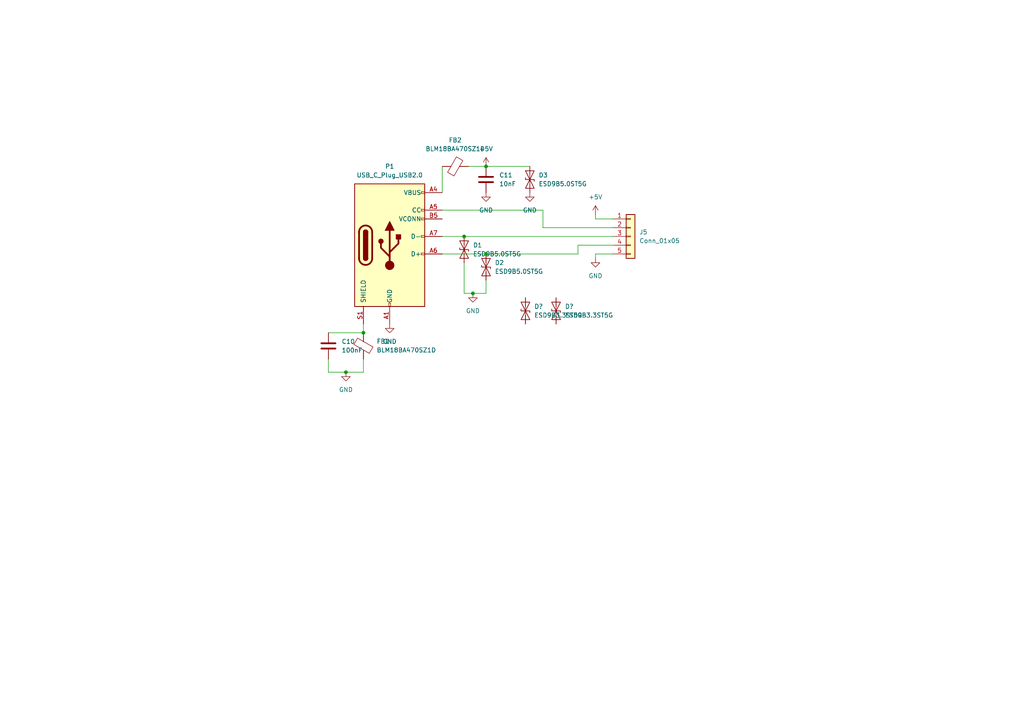
<source format=kicad_sch>
(kicad_sch (version 20211123) (generator eeschema)
  (paper "A4")
  (title_block (title "USB") (date "2022-10-10") (rev "v0.1"))
  (lib_symbols
    (symbol "Connector:USB_C_Plug_USB2.0" (pin_names (offset 1.016))
      (property "Reference" "P" (at -10.16 19.05 0))
      (property "Value" "USB_C_Plug_USB2.0" (at 12.7 19.05 0))
      (symbol "USB_C_Plug_USB2.0_0_0"
        (rectangle (start -0.254 -17.78) (end 0.254 -16.764))
        (rectangle (start 10.16 -2.286) (end 9.144 -2.794))
        (rectangle (start 10.16 2.794) (end 9.144 2.286))
        (rectangle (start 10.16 7.874) (end 9.144 7.366))
        (rectangle (start 10.16 10.414) (end 9.144 9.906))
        (rectangle (start 10.16 15.494) (end 9.144 14.986))
      )
      (symbol "USB_C_Plug_USB2.0_0_1"
        (rectangle (start -10.16 17.78) (end 10.16 -17.78) (stroke (width 0.254)) (fill (type background)))
        (arc (start -8.89 -3.81) (mid -6.985 -5.715) (end -5.08 -3.81) (stroke (width 0.508)))
        (arc (start -7.62 -3.81) (mid -6.985 -4.445) (end -6.35 -3.81) (stroke (width 0.254)))
        (arc (start -7.62 -3.81) (mid -6.985 -4.445) (end -6.35 -3.81) (stroke (width 0.254)) (fill (type outline)))
        (rectangle (start -7.62 -3.81) (end -6.35 3.81) (stroke (width 0.254)) (fill (type outline)))
        (arc (start -6.35 3.81) (mid -6.985 4.445) (end -7.62 3.81) (stroke (width 0.254)))
        (arc (start -6.35 3.81) (mid -6.985 4.445) (end -7.62 3.81) (stroke (width 0.254)) (fill (type outline)))
        (arc (start -5.08 3.81) (mid -6.985 5.715) (end -8.89 3.81) (stroke (width 0.508)))
        (circle (center -2.54 1.143) (radius 0.635) (stroke (width 0.254)) (fill (type outline)))
        (circle (center 0 -5.842) (radius 1.27) (fill (type outline)))
        (polyline (pts (xy -8.89 -3.81) (xy -8.89 3.81)) (stroke (width 0.508)))
        (polyline (pts (xy -5.08 3.81) (xy -5.08 -3.81)) (stroke (width 0.508)))
        (polyline (pts (xy 0 -5.842) (xy 0 4.318)) (stroke (width 0.508)))
        (polyline (pts (xy 0 -3.302) (xy -2.54 -0.762) (xy -2.54 0.508)) (stroke (width 0.508)))
        (polyline (pts (xy 0 -2.032) (xy 2.54 0.508) (xy 2.54 1.778)) (stroke (width 0.508)))
        (polyline (pts (xy -1.27 4.318) (xy 0 6.858) (xy 1.27 4.318) (xy -1.27 4.318)) (stroke (width 0.254)) (fill (type outline)))
        (rectangle (start 1.905 1.778) (end 3.175 3.048) (stroke (width 0.254)) (fill (type outline)))
      )
      (symbol "USB_C_Plug_USB2.0_1_1"
        (pin passive line (at 0 -22.86 90) (length 5.08) (name "GND") (number "A1"))
        (pin passive line (at 0 -22.86 90) (length 5.08) hide (name "GND") (number "A12"))
        (pin passive line (at 15.24 15.24 180) (length 5.08) (name "VBUS") (number "A4"))
        (pin bidirectional line (at 15.24 10.16 180) (length 5.08) (name "CC") (number "A5"))
        (pin bidirectional line (at 15.24 -2.54 180) (length 5.08) (name "D+") (number "A6"))
        (pin bidirectional line (at 15.24 2.54 180) (length 5.08) (name "D-") (number "A7"))
        (pin passive line (at 15.24 15.24 180) (length 5.08) hide (name "VBUS") (number "A9"))
        (pin passive line (at 0 -22.86 90) (length 5.08) hide (name "GND") (number "B1"))
        (pin passive line (at 0 -22.86 90) (length 5.08) hide (name "GND") (number "B12"))
        (pin passive line (at 15.24 15.24 180) (length 5.08) hide (name "VBUS") (number "B4"))
        (pin bidirectional line (at 15.24 7.62 180) (length 5.08) (name "VCONN") (number "B5"))
        (pin passive line (at 15.24 15.24 180) (length 5.08) hide (name "VBUS") (number "B9"))
        (pin passive line (at -7.62 -22.86 90) (length 5.08) (name "SHIELD") (number "S1"))
      )
    )
    (symbol "Connector_Generic:Conn_01x05" (pin_names (offset 1.016) hide)
      (property "Reference" "J" (at 0 7.62 0))
      (property "Value" "Conn_01x05" (at 0 -7.62 0))
      (symbol "Conn_01x05_1_1"
        (rectangle (start -1.27 -4.953) (end 0 -5.207) (stroke (width 0.1524)))
        (rectangle (start -1.27 -2.413) (end 0 -2.667) (stroke (width 0.1524)))
        (rectangle (start -1.27 0.127) (end 0 -0.127) (stroke (width 0.1524)))
        (rectangle (start -1.27 2.667) (end 0 2.413) (stroke (width 0.1524)))
        (rectangle (start -1.27 5.207) (end 0 4.953) (stroke (width 0.1524)))
        (rectangle (start -1.27 6.35) (end 1.27 -6.35) (stroke (width 0.254)) (fill (type background)))
        (pin passive line (at -5.08 5.08 0) (length 3.81) (name "Pin_1") (number "1"))
        (pin passive line (at -5.08 2.54 0) (length 3.81) (name "Pin_2") (number "2"))
        (pin passive line (at -5.08 0 0) (length 3.81) (name "Pin_3") (number "3"))
        (pin passive line (at -5.08 -2.54 0) (length 3.81) (name "Pin_4") (number "4"))
        (pin passive line (at -5.08 -5.08 0) (length 3.81) (name "Pin_5") (number "5"))
      )
    )
    (symbol "Device:C" (pin_numbers hide) (pin_names (offset 0.254))
      (property "Reference" "C" (at 0.635 2.54 0))
      (property "Value" "C" (at 0.635 -2.54 0))
      (symbol "C_0_1"
        (polyline (pts (xy -2.032 -0.762) (xy 2.032 -0.762)) (stroke (width 0.508)))
        (polyline (pts (xy -2.032 0.762) (xy 2.032 0.762)) (stroke (width 0.508)))
      )
      (symbol "C_1_1"
        (pin passive line (at 0 3.81 270) (length 2.794) (name "~") (number "1"))
        (pin passive line (at 0 -3.81 90) (length 2.794) (name "~") (number "2"))
      )
    )
    (symbol "Device:FerriteBead" (pin_numbers hide) (pin_names (offset 0))
      (property "Reference" "FB" (at -3.81 0.635 90))
      (property "Value" "FerriteBead" (at 3.81 0 90))
      (symbol "FerriteBead_0_1"
        (polyline (pts (xy 0 -1.27) (xy 0 -1.2192)))
        (polyline (pts (xy 0 1.27) (xy 0 1.2954)))
        (polyline (pts (xy -2.7686 0.4064) (xy -1.7018 2.2606) (xy 2.7686 -0.3048) (xy 1.6764 -2.159) (xy -2.7686 0.4064)))
      )
      (symbol "FerriteBead_1_1"
        (pin passive line (at 0 3.81 270) (length 2.54) (name "~") (number "1"))
        (pin passive line (at 0 -3.81 90) (length 2.54) (name "~") (number "2"))
      )
    )
    (symbol "Diode:ESD9B3.3ST5G" (pin_numbers hide) (pin_names (offset 1.016) hide)
      (property "Reference" "D" (at 0 2.54 0))
      (property "Value" "ESD9B3.3ST5G" (at 0 -2.54 0))
      (symbol "ESD9B3.3ST5G_0_1"
        (polyline (pts (xy 1.27 0) (xy -1.27 0)))
        (polyline (pts (xy -2.54 -1.27) (xy 0 0) (xy -2.54 1.27) (xy -2.54 -1.27)) (stroke (width 0.2032)))
        (polyline (pts (xy 0.508 1.27) (xy 0 1.27) (xy 0 -1.27) (xy -0.508 -1.27)) (stroke (width 0.2032)))
        (polyline (pts (xy 2.54 1.27) (xy 2.54 -1.27) (xy 0 0) (xy 2.54 1.27)) (stroke (width 0.2032)))
      )
      (symbol "ESD9B3.3ST5G_1_1"
        (pin passive line (at -3.81 0 0) (length 2.54) (name "A1") (number "1"))
        (pin passive line (at 3.81 0 180) (length 2.54) (name "A2") (number "2"))
      )
    )
    (symbol "Diode:ESD9B5.0ST5G" (pin_numbers hide) (pin_names (offset 1.016) hide)
      (property "Reference" "D" (at 0 2.54 0))
      (property "Value" "ESD9B5.0ST5G" (at 0 -2.54 0))
      (symbol "ESD9B5.0ST5G_0_1"
        (polyline (pts (xy 1.27 0) (xy -1.27 0)))
        (polyline (pts (xy -2.54 -1.27) (xy 0 0) (xy -2.54 1.27) (xy -2.54 -1.27)) (stroke (width 0.2032)))
        (polyline (pts (xy 0.508 1.27) (xy 0 1.27) (xy 0 -1.27) (xy -0.508 -1.27)) (stroke (width 0.2032)))
        (polyline (pts (xy 2.54 1.27) (xy 2.54 -1.27) (xy 0 0) (xy 2.54 1.27)) (stroke (width 0.2032)))
      )
      (symbol "ESD9B5.0ST5G_1_1"
        (pin passive line (at -3.81 0 0) (length 2.54) (name "A1") (number "1"))
        (pin passive line (at 3.81 0 180) (length 2.54) (name "A2") (number "2"))
      )
    )
    (symbol "power:+5V" (power) (pin_names (offset 0))
      (property "Value" "+5V" (at 0 3.556 0))
      (symbol "+5V_0_1"
        (polyline (pts (xy -0.762 1.27) (xy 0 2.54)))
        (polyline (pts (xy 0 0) (xy 0 2.54)))
        (polyline (pts (xy 0 2.54) (xy 0.762 1.27)))
      )
      (symbol "+5V_1_1"
        (pin power_in line (at 0 0 90) (length 0) hide (name "+5V") (number "1"))
      )
    )
    (symbol "power:GND" (power) (pin_names (offset 0))
      (property "Value" "GND" (at 0 -3.81 0))
      (symbol "GND_0_1"
        (polyline (pts (xy 0 0) (xy 0 -1.27) (xy 1.27 -1.27) (xy 0 -2.54) (xy -1.27 -1.27) (xy 0 -1.27)))
      )
      (symbol "GND_1_1"
        (pin power_in line (at 0 0 270) (length 0) hide (name "GND") (number "1"))
      )
    )
  )
  (junction (at 105.41 96.52))
  (junction (at 134.62 68.58))
  (junction (at 137.16 85.09))
  (junction (at 140.97 73.66))
  (junction (at 100.33 107.95))
  (junction (at 140.97 48.26))
  (wire (pts (xy 177.8 63.5) (xy 172.72 63.5)))
  (wire (pts (xy 128.27 73.66) (xy 140.97 73.66)))
  (wire (pts (xy 137.16 85.09) (xy 140.97 85.09)))
  (wire (pts (xy 105.41 107.95) (xy 105.41 104.14)))
  (wire (pts (xy 95.25 96.52) (xy 105.41 96.52)))
  (wire (pts (xy 128.27 60.96) (xy 157.48 60.96)))
  (wire (pts (xy 134.62 76.2) (xy 134.62 85.09)))
  (wire (pts (xy 140.97 48.26) (xy 153.67 48.26)))
  (wire (pts (xy 128.27 55.88) (xy 128.27 48.26)))
  (wire (pts (xy 177.8 71.12) (xy 167.64 71.12)))
  (wire (pts (xy 128.27 68.58) (xy 134.62 68.58)))
  (wire (pts (xy 177.8 73.66) (xy 172.72 73.66)))
  (wire (pts (xy 95.25 104.14) (xy 95.25 107.95)))
  (wire (pts (xy 100.33 107.95) (xy 105.41 107.95)))
  (wire (pts (xy 172.72 62.23) (xy 172.72 63.5)))
  (wire (pts (xy 135.89 48.26) (xy 140.97 48.26)))
  (wire (pts (xy 172.72 73.66) (xy 172.72 74.93)))
  (wire (pts (xy 140.97 85.09) (xy 140.97 81.28)))
  (wire (pts (xy 134.62 68.58) (xy 177.8 68.58)))
  (wire (pts (xy 140.97 73.66) (xy 167.64 73.66)))
  (wire (pts (xy 134.62 85.09) (xy 137.16 85.09)))
  (wire (pts (xy 95.25 107.95) (xy 100.33 107.95)))
  (wire (pts (xy 105.41 93.98) (xy 105.41 96.52)))
  (wire (pts (xy 157.48 66.04) (xy 177.8 66.04)))
  (wire (pts (xy 157.48 60.96) (xy 157.48 66.04)))
  (wire (pts (xy 167.64 71.12) (xy 167.64 73.66)))
  (symbol (lib_id "Diode:ESD9B3.3ST5G") (at 152.4 90.17 90) (unit 1)
    (property "Reference" "D?" (at 154.94 88.8999 90) (effects (justify right)))
    (property "Value" "ESD9B3.3ST5G" (at 154.94 91.4399 90) (effects (justify right)))
    (property "Footprint" "Diode_SMD:D_SOD-923" (effects hide))
    (property "Datasheet" "https://www.onsemi.com/pub/Collateral/ESD9B-D.PDF" (effects hide))
  )
  (symbol (lib_id "power:GND") (at 113.03 93.98 0) (unit 1)
    (property "Reference" "#PWR0102" (effects hide))
    (property "Value" "GND" (at 113.03 99.06 0))
  )
  (symbol (lib_id "Diode:ESD9B3.3ST5G") (at 161.29 90.17 90) (unit 1)
    (property "Reference" "D?" (at 163.83 88.8999 90) (effects (justify right)))
    (property "Value" "ESD9B3.3ST5G" (at 163.83 91.4399 90) (effects (justify right)))
    (property "Footprint" "Diode_SMD:D_SOD-923" (effects hide))
    (property "Datasheet" "https://www.onsemi.com/pub/Collateral/ESD9B-D.PDF" (effects hide))
  )
  (symbol (lib_id "Device:C") (at 95.25 100.33 0) (unit 1)
    (property "Reference" "C10" (at 99.06 99.0599 0) (effects (justify left)))
    (property "Value" "100nF" (at 99.06 101.5999 0) (effects (justify left)))
    (property "Footprint" "Capacitor_SMD:C_0805_2012Metric" (effects hide))
  )
  (symbol (lib_id "Diode:ESD9B5.0ST5G") (at 134.62 72.39 90) (unit 1)
    (property "Reference" "D1" (at 137.16 71.1199 90) (effects (justify right)))
    (property "Value" "ESD9B5.0ST5G" (at 137.16 73.6599 90) (effects (justify right)))
    (property "Footprint" "Diode_SMD:D_SOD-923" (effects hide))
    (property "Datasheet" "https://www.onsemi.com/pub/Collateral/ESD9B-D.PDF" (effects hide))
  )
  (symbol (lib_id "power:GND") (at 172.72 74.93 0) (unit 1)
    (property "Reference" "#PWR0103" (effects hide))
    (property "Value" "GND" (at 172.72 80.01 0))
  )
  (symbol (lib_id "Device:FerriteBead") (at 105.41 100.33 0) (unit 1)
    (property "Reference" "FB1" (at 109.22 99.0091 0) (effects (justify left)))
    (property "Value" "BLM18BA470SZ1D" (at 109.22 101.5491 0) (effects (justify left)))
    (property "Footprint" "Capacitor_SMD:C_0603_1608Metric" (effects hide))
  )
  (symbol (lib_id "power:GND") (at 137.16 85.09 0) (unit 1)
    (property "Reference" "#PWR0142" (effects hide))
    (property "Value" "GND" (at 137.16 90.17 0))
  )
  (symbol (lib_id "Connector:USB_C_Plug_USB2.0") (at 113.03 71.12 0) (unit 1)
    (property "Reference" "P1" (at 113.03 48.26 0))
    (property "Value" "USB_C_Plug_USB2.0" (at 113.03 50.8 0))
    (property "Footprint" "Connector_USB:USB_C_Receptacle_HRO_TYPE-C-31-M-12" (effects hide))
    (property "Datasheet" "https://www.usb.org/sites/default/files/documents/usb_type-c.zip" (effects hide))
  )
  (symbol (lib_id "power:GND") (at 153.67 55.88 0) (unit 1)
    (property "Reference" "#PWR0141" (effects hide))
    (property "Value" "GND" (at 153.67 60.96 0))
  )
  (symbol (lib_id "Device:FerriteBead") (at 132.08 48.26 90) (unit 1)
    (property "Reference" "FB2" (at 132.0292 40.64 90))
    (property "Value" "BLM18BA470SZ1D" (at 132.0292 43.18 90))
    (property "Footprint" "Capacitor_SMD:C_0603_1608Metric" (effects hide))
  )
  (symbol (lib_id "power:+5V") (at 172.72 62.23 0) (unit 1)
    (property "Reference" "#PWR0101" (effects hide))
    (property "Value" "+5V" (at 172.72 57.15 0))
  )
  (symbol (lib_id "Diode:ESD9B5.0ST5G") (at 153.67 52.07 270) (unit 1)
    (property "Reference" "D3" (at 156.21 50.7999 90) (effects (justify left)))
    (property "Value" "ESD9B5.0ST5G" (at 156.21 53.3399 90) (effects (justify left)))
    (property "Footprint" "Diode_SMD:D_SOD-923" (effects hide))
    (property "Datasheet" "https://www.onsemi.com/pub/Collateral/ESD9B-D.PDF" (effects hide))
  )
  (symbol (lib_id "power:GND") (at 100.33 107.95 0) (unit 1)
    (property "Reference" "#PWR0139" (effects hide))
    (property "Value" "GND" (at 100.33 113.03 0))
  )
  (symbol (lib_id "power:GND") (at 140.97 55.88 0) (unit 1)
    (property "Reference" "#PWR0140" (effects hide))
    (property "Value" "GND" (at 140.97 60.96 0))
  )
  (symbol (lib_id "Connector_Generic:Conn_01x05") (at 182.88 68.58 0) (unit 1)
    (property "Reference" "J5" (at 185.42 67.3099 0) (effects (justify left)))
    (property "Value" "Conn_01x05" (at 185.42 69.8499 0) (effects (justify left)))
    (property "Footprint" "Connector_JST:JST_PH_S5B-PH-K_1x05_P2.00mm_Horizontal" (effects hide))
  )
  (symbol (lib_id "Device:C") (at 140.97 52.07 0) (unit 1)
    (property "Reference" "C11" (at 144.78 50.7999 0) (effects (justify left)))
    (property "Value" "10nF" (at 144.78 53.3399 0) (effects (justify left)))
    (property "Footprint" "Capacitor_SMD:C_0805_2012Metric" (effects hide))
  )
  (symbol (lib_id "power:+5V") (at 140.97 48.26 0) (unit 1)
    (property "Reference" "#PWR0104" (effects hide))
    (property "Value" "+5V" (at 140.97 43.18 0))
  )
  (symbol (lib_id "Diode:ESD9B5.0ST5G") (at 140.97 77.47 270) (unit 1)
    (property "Reference" "D2" (at 143.51 76.1999 90) (effects (justify left)))
    (property "Value" "ESD9B5.0ST5G" (at 143.51 78.7399 90) (effects (justify left)))
    (property "Footprint" "Diode_SMD:D_SOD-923" (effects hide))
    (property "Datasheet" "https://www.onsemi.com/pub/Collateral/ESD9B-D.PDF" (effects hide))
  )
)
</source>
